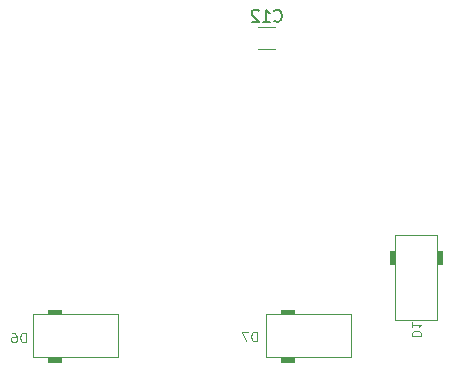
<source format=gbo>
%TF.GenerationSoftware,KiCad,Pcbnew,9.0.3*%
%TF.CreationDate,2025-08-27T16:52:30+03:00*%
%TF.ProjectId,Protection,50726f74-6563-4746-996f-6e2e6b696361,1.0*%
%TF.SameCoordinates,Original*%
%TF.FileFunction,Legend,Bot*%
%TF.FilePolarity,Positive*%
%FSLAX46Y46*%
G04 Gerber Fmt 4.6, Leading zero omitted, Abs format (unit mm)*
G04 Created by KiCad (PCBNEW 9.0.3) date 2025-08-27 16:52:30*
%MOMM*%
%LPD*%
G01*
G04 APERTURE LIST*
%ADD10C,0.100000*%
%ADD11C,0.150000*%
%ADD12C,0.120000*%
G04 APERTURE END LIST*
D10*
X130605104Y-137175475D02*
X131405104Y-137175475D01*
X131405104Y-137175475D02*
X131405104Y-136984999D01*
X131405104Y-136984999D02*
X131367009Y-136870713D01*
X131367009Y-136870713D02*
X131290819Y-136794523D01*
X131290819Y-136794523D02*
X131214628Y-136756428D01*
X131214628Y-136756428D02*
X131062247Y-136718332D01*
X131062247Y-136718332D02*
X130947961Y-136718332D01*
X130947961Y-136718332D02*
X130795580Y-136756428D01*
X130795580Y-136756428D02*
X130719390Y-136794523D01*
X130719390Y-136794523D02*
X130643200Y-136870713D01*
X130643200Y-136870713D02*
X130605104Y-136984999D01*
X130605104Y-136984999D02*
X130605104Y-137175475D01*
X130605104Y-135956428D02*
X130605104Y-136413571D01*
X130605104Y-136184999D02*
X131405104Y-136184999D01*
X131405104Y-136184999D02*
X131290819Y-136261190D01*
X131290819Y-136261190D02*
X131214628Y-136337380D01*
X131214628Y-136337380D02*
X131176533Y-136413571D01*
X117480475Y-137584895D02*
X117480475Y-136784895D01*
X117480475Y-136784895D02*
X117289999Y-136784895D01*
X117289999Y-136784895D02*
X117175713Y-136822990D01*
X117175713Y-136822990D02*
X117099523Y-136899180D01*
X117099523Y-136899180D02*
X117061428Y-136975371D01*
X117061428Y-136975371D02*
X117023332Y-137127752D01*
X117023332Y-137127752D02*
X117023332Y-137242038D01*
X117023332Y-137242038D02*
X117061428Y-137394419D01*
X117061428Y-137394419D02*
X117099523Y-137470609D01*
X117099523Y-137470609D02*
X117175713Y-137546800D01*
X117175713Y-137546800D02*
X117289999Y-137584895D01*
X117289999Y-137584895D02*
X117480475Y-137584895D01*
X116756666Y-136784895D02*
X116223332Y-136784895D01*
X116223332Y-136784895D02*
X116566190Y-137584895D01*
X97920475Y-137684895D02*
X97920475Y-136884895D01*
X97920475Y-136884895D02*
X97729999Y-136884895D01*
X97729999Y-136884895D02*
X97615713Y-136922990D01*
X97615713Y-136922990D02*
X97539523Y-136999180D01*
X97539523Y-136999180D02*
X97501428Y-137075371D01*
X97501428Y-137075371D02*
X97463332Y-137227752D01*
X97463332Y-137227752D02*
X97463332Y-137342038D01*
X97463332Y-137342038D02*
X97501428Y-137494419D01*
X97501428Y-137494419D02*
X97539523Y-137570609D01*
X97539523Y-137570609D02*
X97615713Y-137646800D01*
X97615713Y-137646800D02*
X97729999Y-137684895D01*
X97729999Y-137684895D02*
X97920475Y-137684895D01*
X96777618Y-136884895D02*
X96929999Y-136884895D01*
X96929999Y-136884895D02*
X97006190Y-136922990D01*
X97006190Y-136922990D02*
X97044285Y-136961085D01*
X97044285Y-136961085D02*
X97120475Y-137075371D01*
X97120475Y-137075371D02*
X97158571Y-137227752D01*
X97158571Y-137227752D02*
X97158571Y-137532514D01*
X97158571Y-137532514D02*
X97120475Y-137608704D01*
X97120475Y-137608704D02*
X97082380Y-137646800D01*
X97082380Y-137646800D02*
X97006190Y-137684895D01*
X97006190Y-137684895D02*
X96853809Y-137684895D01*
X96853809Y-137684895D02*
X96777618Y-137646800D01*
X96777618Y-137646800D02*
X96739523Y-137608704D01*
X96739523Y-137608704D02*
X96701428Y-137532514D01*
X96701428Y-137532514D02*
X96701428Y-137342038D01*
X96701428Y-137342038D02*
X96739523Y-137265847D01*
X96739523Y-137265847D02*
X96777618Y-137227752D01*
X96777618Y-137227752D02*
X96853809Y-137189657D01*
X96853809Y-137189657D02*
X97006190Y-137189657D01*
X97006190Y-137189657D02*
X97082380Y-137227752D01*
X97082380Y-137227752D02*
X97120475Y-137265847D01*
X97120475Y-137265847D02*
X97158571Y-137342038D01*
D11*
X118962857Y-110439580D02*
X119010476Y-110487200D01*
X119010476Y-110487200D02*
X119153333Y-110534819D01*
X119153333Y-110534819D02*
X119248571Y-110534819D01*
X119248571Y-110534819D02*
X119391428Y-110487200D01*
X119391428Y-110487200D02*
X119486666Y-110391961D01*
X119486666Y-110391961D02*
X119534285Y-110296723D01*
X119534285Y-110296723D02*
X119581904Y-110106247D01*
X119581904Y-110106247D02*
X119581904Y-109963390D01*
X119581904Y-109963390D02*
X119534285Y-109772914D01*
X119534285Y-109772914D02*
X119486666Y-109677676D01*
X119486666Y-109677676D02*
X119391428Y-109582438D01*
X119391428Y-109582438D02*
X119248571Y-109534819D01*
X119248571Y-109534819D02*
X119153333Y-109534819D01*
X119153333Y-109534819D02*
X119010476Y-109582438D01*
X119010476Y-109582438D02*
X118962857Y-109630057D01*
X118010476Y-110534819D02*
X118581904Y-110534819D01*
X118296190Y-110534819D02*
X118296190Y-109534819D01*
X118296190Y-109534819D02*
X118391428Y-109677676D01*
X118391428Y-109677676D02*
X118486666Y-109772914D01*
X118486666Y-109772914D02*
X118581904Y-109820533D01*
X117629523Y-109630057D02*
X117581904Y-109582438D01*
X117581904Y-109582438D02*
X117486666Y-109534819D01*
X117486666Y-109534819D02*
X117248571Y-109534819D01*
X117248571Y-109534819D02*
X117153333Y-109582438D01*
X117153333Y-109582438D02*
X117105714Y-109630057D01*
X117105714Y-109630057D02*
X117058095Y-109725295D01*
X117058095Y-109725295D02*
X117058095Y-109820533D01*
X117058095Y-109820533D02*
X117105714Y-109963390D01*
X117105714Y-109963390D02*
X117677142Y-110534819D01*
X117677142Y-110534819D02*
X117058095Y-110534819D01*
D12*
%TO.C,D1*%
X129170000Y-128610000D02*
X132770000Y-128610000D01*
X129170000Y-135810000D02*
X129170000Y-128610000D01*
X132770000Y-128610000D02*
X132770000Y-135810000D01*
X132770000Y-135810000D02*
X129170000Y-135810000D01*
D10*
X129170000Y-131010000D02*
X128770000Y-131010000D01*
X128770000Y-129910000D01*
X129170000Y-129910000D01*
X129170000Y-131010000D01*
G36*
X129170000Y-131010000D02*
G01*
X128770000Y-131010000D01*
X128770000Y-129910000D01*
X129170000Y-129910000D01*
X129170000Y-131010000D01*
G37*
X133170000Y-131010000D02*
X132770000Y-131010000D01*
X132770000Y-129910000D01*
X133170000Y-129910000D01*
X133170000Y-131010000D01*
G36*
X133170000Y-131010000D02*
G01*
X132770000Y-131010000D01*
X132770000Y-129910000D01*
X133170000Y-129910000D01*
X133170000Y-131010000D01*
G37*
D12*
%TO.C,D7*%
X118220000Y-135310000D02*
X125420000Y-135310000D01*
X118220000Y-138910000D02*
X118220000Y-135310000D01*
X125420000Y-135310000D02*
X125420000Y-138910000D01*
X125420000Y-138910000D02*
X118220000Y-138910000D01*
D10*
X120620000Y-135310000D02*
X119520000Y-135310000D01*
X119520000Y-134910000D01*
X120620000Y-134910000D01*
X120620000Y-135310000D01*
G36*
X120620000Y-135310000D02*
G01*
X119520000Y-135310000D01*
X119520000Y-134910000D01*
X120620000Y-134910000D01*
X120620000Y-135310000D01*
G37*
X120620000Y-139310000D02*
X119520000Y-139310000D01*
X119520000Y-138910000D01*
X120620000Y-138910000D01*
X120620000Y-139310000D01*
G36*
X120620000Y-139310000D02*
G01*
X119520000Y-139310000D01*
X119520000Y-138910000D01*
X120620000Y-138910000D01*
X120620000Y-139310000D01*
G37*
D12*
%TO.C,D6*%
X98520000Y-135310000D02*
X105720000Y-135310000D01*
X98520000Y-138910000D02*
X98520000Y-135310000D01*
X105720000Y-135310000D02*
X105720000Y-138910000D01*
X105720000Y-138910000D02*
X98520000Y-138910000D01*
D10*
X100920000Y-135310000D02*
X99820000Y-135310000D01*
X99820000Y-134910000D01*
X100920000Y-134910000D01*
X100920000Y-135310000D01*
G36*
X100920000Y-135310000D02*
G01*
X99820000Y-135310000D01*
X99820000Y-134910000D01*
X100920000Y-134910000D01*
X100920000Y-135310000D01*
G37*
X100920000Y-139310000D02*
X99820000Y-139310000D01*
X99820000Y-138910000D01*
X100920000Y-138910000D01*
X100920000Y-139310000D01*
G36*
X100920000Y-139310000D02*
G01*
X99820000Y-139310000D01*
X99820000Y-138910000D01*
X100920000Y-138910000D01*
X100920000Y-139310000D01*
G37*
D12*
%TO.C,C12*%
X119031252Y-111020000D02*
X117608748Y-111020000D01*
X119031252Y-112840000D02*
X117608748Y-112840000D01*
%TD*%
M02*

</source>
